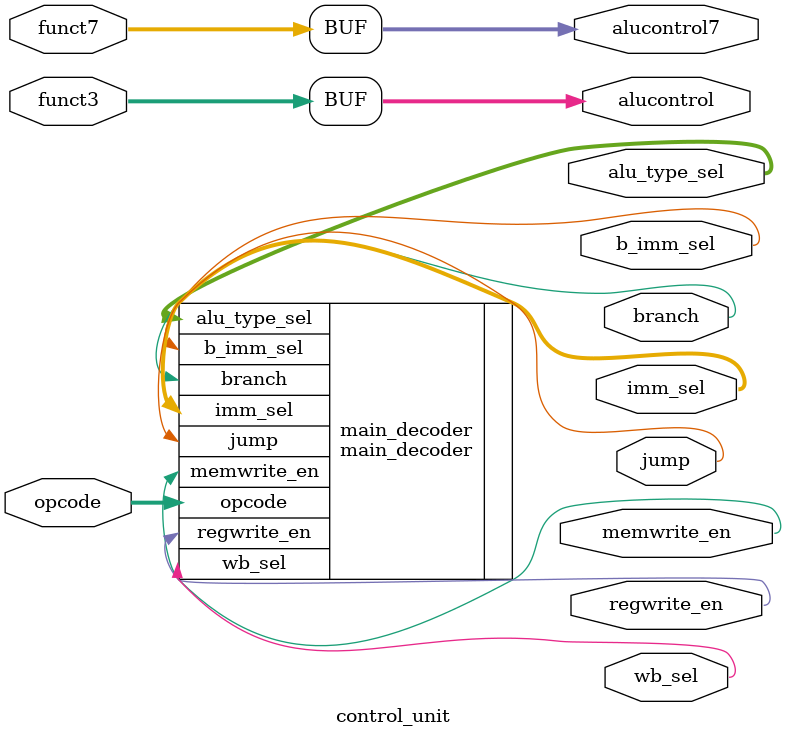
<source format=v>
`timescale 1ns / 1ps
module control_unit(opcode,funct3,funct7,imm_sel,alu_type_sel,b_imm_sel,branch,jump,memwrite_en,regwrite_en,wb_sel,alucontrol,alucontrol7);
//inputs
input [6:0] opcode;
input [2:0] funct3;
input [6:0] funct7;
//outputs
output [1:0] imm_sel,alu_type_sel;
output b_imm_sel,branch,jump,memwrite_en,regwrite_en,wb_sel;
output [2:0] alucontrol;
output [6:0] alucontrol7;

assign alucontrol = funct3;
assign alucontrol7 = funct7;
main_decoder main_decoder (.opcode(opcode), 
                           .imm_sel(imm_sel), 
                           .alu_type_sel(alu_type_sel), 
                           .b_imm_sel(b_imm_sel), 
                           .branch(branch), 
                           .jump(jump), 
                           .memwrite_en(memwrite_en), 
                           .regwrite_en(regwrite_en), 
                           .wb_sel(wb_sel));

endmodule
</source>
